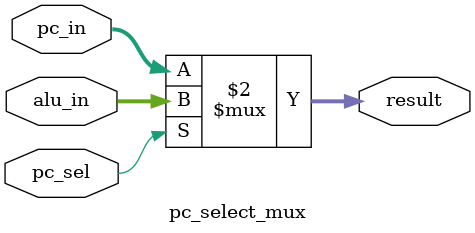
<source format=v>
module pc_select_mux (pc_in, alu_in, pc_sel, result);

    parameter integer n = 32;
    input wire [n-1:0] pc_in, alu_in;
    input wire pc_sel;
    output wire [n-1:0] result;

    // 0 selects default PC, 1 selects ALU source
    assign result = (pc_sel == 0) ? pc_in : alu_in;

endmodule

</source>
